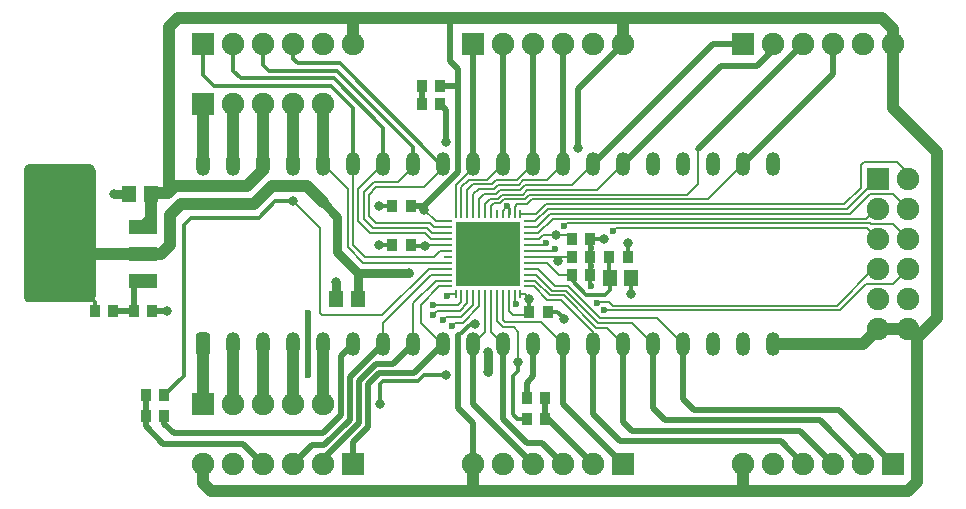
<source format=gtl>
%TF.GenerationSoftware,KiCad,Pcbnew,5.1.6-c6e7f7d~87~ubuntu18.04.1*%
%TF.CreationDate,2020-11-08T15:05:41+00:00*%
%TF.ProjectId,icepill,69636570-696c-46c2-9e6b-696361645f70,1*%
%TF.SameCoordinates,Original*%
%TF.FileFunction,Copper,L1,Top*%
%TF.FilePolarity,Positive*%
%FSLAX46Y46*%
G04 Gerber Fmt 4.6, Leading zero omitted, Abs format (unit mm)*
G04 Created by KiCad (PCBNEW 5.1.6-c6e7f7d~87~ubuntu18.04.1) date 2020-11-08 15:05:41*
%MOMM*%
%LPD*%
G01*
G04 APERTURE LIST*
%TA.AperFunction,SMDPad,CuDef*%
%ADD10R,0.950000X1.000000*%
%TD*%
%TA.AperFunction,SMDPad,CuDef*%
%ADD11R,2.400000X3.800000*%
%TD*%
%TA.AperFunction,SMDPad,CuDef*%
%ADD12R,2.400000X1.300000*%
%TD*%
%TA.AperFunction,SMDPad,CuDef*%
%ADD13R,1.150000X1.450000*%
%TD*%
%TA.AperFunction,ComponentPad*%
%ADD14O,1.200000X2.000000*%
%TD*%
%TA.AperFunction,ComponentPad*%
%ADD15C,1.900000*%
%TD*%
%TA.AperFunction,ComponentPad*%
%ADD16R,1.900000X1.900000*%
%TD*%
%TA.AperFunction,SMDPad,CuDef*%
%ADD17R,0.700000X0.250000*%
%TD*%
%TA.AperFunction,SMDPad,CuDef*%
%ADD18R,0.250000X0.700000*%
%TD*%
%TA.AperFunction,ViaPad*%
%ADD19C,0.800000*%
%TD*%
%TA.AperFunction,Conductor*%
%ADD20R,5.400000X5.400000*%
%TD*%
%TA.AperFunction,ViaPad*%
%ADD21C,0.600000*%
%TD*%
%TA.AperFunction,Conductor*%
%ADD22C,1.000000*%
%TD*%
%TA.AperFunction,Conductor*%
%ADD23C,0.300000*%
%TD*%
%TA.AperFunction,Conductor*%
%ADD24C,0.800000*%
%TD*%
%TA.AperFunction,Conductor*%
%ADD25C,0.500000*%
%TD*%
%TA.AperFunction,Conductor*%
%ADD26C,0.200000*%
%TD*%
%TA.AperFunction,Conductor*%
%ADD27C,0.250000*%
%TD*%
%TA.AperFunction,Conductor*%
%ADD28C,0.254000*%
%TD*%
G04 APERTURE END LIST*
D10*
%TO.P,R8,2*%
%TO.N,Net-(R8-Pad2)*%
X95974000Y-85852000D03*
%TO.P,R8,1*%
%TO.N,/P2_2*%
X97574000Y-85852000D03*
%TD*%
%TO.P,R7,2*%
%TO.N,Net-(R7-Pad2)*%
X65316000Y-87376000D03*
%TO.P,R7,1*%
%TO.N,/P1_4*%
X63716000Y-87376000D03*
%TD*%
%TO.P,R6,2*%
%TO.N,GND*%
X64300000Y-78486000D03*
%TO.P,R6,1*%
%TO.N,Net-(IC2-Pad1)*%
X62700000Y-78486000D03*
%TD*%
%TO.P,R5,2*%
%TO.N,Net-(IC2-Pad1)*%
X60998000Y-78486000D03*
%TO.P,R5,1*%
%TO.N,1v2*%
X59398000Y-78486000D03*
%TD*%
D11*
%TO.P,IC2,2*%
%TO.N,1v2*%
X57400000Y-73660000D03*
D12*
%TO.P,IC2,3*%
%TO.N,3v3*%
X63500000Y-71360000D03*
%TO.P,IC2,1*%
%TO.N,Net-(IC2-Pad1)*%
X63500000Y-75960000D03*
%TO.P,IC2,2*%
%TO.N,1v2*%
X63500000Y-73660000D03*
%TD*%
D13*
%TO.P,C9,2*%
%TO.N,GND*%
X79872000Y-77470000D03*
%TO.P,C9,1*%
%TO.N,1v2*%
X81672000Y-77470000D03*
%TD*%
%TO.P,C8,2*%
%TO.N,GND*%
X62346000Y-68580000D03*
%TO.P,C8,1*%
%TO.N,3v3*%
X64146000Y-68580000D03*
%TD*%
%TO.P,C6,2*%
%TO.N,GND*%
X104849500Y-75692000D03*
%TO.P,C6,1*%
%TO.N,Net-(C6-Pad1)*%
X103049500Y-75692000D03*
%TD*%
D14*
%TO.P,U1,40*%
%TO.N,/5V*%
X68580000Y-66040000D03*
%TO.P,U1,39*%
%TO.N,GND*%
X71120000Y-66040000D03*
%TO.P,U1,38*%
%TO.N,3v3*%
X73660000Y-66040000D03*
%TO.P,U1,37*%
%TO.N,/F_~IRQ*%
X76200000Y-66040000D03*
%TO.P,U1,36*%
%TO.N,/C_~RST*%
X78740000Y-66040000D03*
%TO.P,U1,35*%
%TO.N,/P6_1*%
X81280000Y-66040000D03*
%TO.P,U1,34*%
%TO.N,/P6_2*%
X83820000Y-66040000D03*
%TO.P,U1,33*%
%TO.N,/P6_3*%
X86360000Y-66040000D03*
%TO.P,U1,32*%
%TO.N,/P6_4*%
X88900000Y-66040000D03*
%TO.P,U1,31*%
%TO.N,/P5_1*%
X91440000Y-66040000D03*
%TO.P,U1,30*%
%TO.N,/P5_2*%
X93980000Y-66040000D03*
%TO.P,U1,29*%
%TO.N,/P5_3*%
X96520000Y-66040000D03*
%TO.P,U1,28*%
%TO.N,/P5_4*%
X99060000Y-66040000D03*
%TO.P,U1,27*%
%TO.N,/P4_1*%
X101600000Y-66040000D03*
%TO.P,U1,26*%
%TO.N,/P4_2*%
X104140000Y-66040000D03*
%TO.P,U1,25*%
%TO.N,Net-(U1-Pad25)*%
X106680000Y-66040000D03*
%TO.P,U1,24*%
%TO.N,Net-(U1-Pad24)*%
X109220000Y-66040000D03*
%TO.P,U1,23*%
%TO.N,Net-(U1-Pad23)*%
X111760000Y-66040000D03*
%TO.P,U1,22*%
%TO.N,/P4_4*%
X114300000Y-66040000D03*
%TO.P,U1,21*%
%TO.N,Net-(U1-Pad21)*%
X116840000Y-66040000D03*
%TO.P,U1,20*%
%TO.N,3v3*%
X116840000Y-81280000D03*
%TO.P,U1,19*%
%TO.N,GND*%
X114300000Y-81280000D03*
%TO.P,U1,18*%
%TO.N,Net-(U1-Pad18)*%
X111760000Y-81280000D03*
%TO.P,U1,17*%
%TO.N,/P3_1*%
X109220000Y-81280000D03*
%TO.P,U1,16*%
%TO.N,/P3_2*%
X106680000Y-81280000D03*
%TO.P,U1,15*%
%TO.N,/P3_3*%
X104140000Y-81280000D03*
%TO.P,U1,14*%
%TO.N,/P3_4*%
X101600000Y-81280000D03*
%TO.P,U1,13*%
%TO.N,/P2_1*%
X99060000Y-81280000D03*
%TO.P,U1,12*%
%TO.N,Net-(R8-Pad2)*%
X96520000Y-81280000D03*
%TO.P,U1,11*%
%TO.N,/P2_3*%
X93980000Y-81280000D03*
%TO.P,U1,10*%
%TO.N,/P2_4*%
X91440000Y-81280000D03*
%TO.P,U1,9*%
%TO.N,/P1_1*%
X88900000Y-81280000D03*
%TO.P,U1,8*%
%TO.N,/P1_2*%
X86360000Y-81280000D03*
%TO.P,U1,7*%
%TO.N,/P1_3*%
X83820000Y-81280000D03*
%TO.P,U1,6*%
%TO.N,Net-(R7-Pad2)*%
X81280000Y-81280000D03*
%TO.P,U1,5*%
%TO.N,/F_CLK*%
X78740000Y-81280000D03*
%TO.P,U1,4*%
%TO.N,/C_SI*%
X76200000Y-81280000D03*
%TO.P,U1,3*%
%TO.N,/C_SO*%
X73660000Y-81280000D03*
%TO.P,U1,2*%
%TO.N,/C_CK*%
X71120000Y-81280000D03*
%TO.P,U1,1*%
%TO.N,/C_~CS*%
%TA.AperFunction,ComponentPad*%
G36*
G01*
X68880000Y-82280000D02*
X68280000Y-82280000D01*
G75*
G02*
X67980000Y-81980000I0J300000D01*
G01*
X67980000Y-80580000D01*
G75*
G02*
X68280000Y-80280000I300000J0D01*
G01*
X68880000Y-80280000D01*
G75*
G02*
X69180000Y-80580000I0J-300000D01*
G01*
X69180000Y-81980000D01*
G75*
G02*
X68880000Y-82280000I-300000J0D01*
G01*
G37*
%TD.AperFunction*%
%TD*%
D10*
%TO.P,D1,2*%
%TO.N,Net-(D1-Pad2)*%
X87084000Y-60960000D03*
%TO.P,D1,1*%
%TO.N,Net-(D1-Pad1)*%
X88684000Y-60960000D03*
%TD*%
%TO.P,R4,2*%
%TO.N,Net-(D1-Pad2)*%
X87084000Y-59436000D03*
%TO.P,R4,1*%
%TO.N,3v3*%
X88684000Y-59436000D03*
%TD*%
%TO.P,R3,2*%
%TO.N,/P1_4*%
X63716000Y-85598000D03*
%TO.P,R3,1*%
%TO.N,/F_~IRQ*%
X65316000Y-85598000D03*
%TD*%
%TO.P,R2,2*%
%TO.N,/P2_2*%
X97574000Y-87630000D03*
%TO.P,R2,1*%
%TO.N,/F_CLK*%
X95974000Y-87630000D03*
%TD*%
D15*
%TO.P,J6,6*%
%TO.N,3v3*%
X81280000Y-55880000D03*
%TO.P,J6,5*%
%TO.N,GND*%
X78740000Y-55880000D03*
%TO.P,J6,4*%
%TO.N,/P6_4*%
X76200000Y-55880000D03*
%TO.P,J6,3*%
%TO.N,/P6_3*%
X73660000Y-55880000D03*
%TO.P,J6,2*%
%TO.N,/P6_2*%
X71120000Y-55880000D03*
D16*
%TO.P,J6,1*%
%TO.N,/P6_1*%
X68580000Y-55880000D03*
%TD*%
D15*
%TO.P,J5,6*%
%TO.N,3v3*%
X104140000Y-55880000D03*
%TO.P,J5,5*%
%TO.N,GND*%
X101600000Y-55880000D03*
%TO.P,J5,4*%
%TO.N,/P5_4*%
X99060000Y-55880000D03*
%TO.P,J5,3*%
%TO.N,/P5_3*%
X96520000Y-55880000D03*
%TO.P,J5,2*%
%TO.N,/P5_2*%
X93980000Y-55880000D03*
D16*
%TO.P,J5,1*%
%TO.N,/P5_1*%
X91440000Y-55880000D03*
%TD*%
D15*
%TO.P,J4,6*%
%TO.N,3v3*%
X127000000Y-55880000D03*
%TO.P,J4,5*%
%TO.N,GND*%
X124460000Y-55880000D03*
%TO.P,J4,4*%
%TO.N,/P4_4*%
X121920000Y-55880000D03*
%TO.P,J4,3*%
%TO.N,/P4_3*%
X119380000Y-55880000D03*
%TO.P,J4,2*%
%TO.N,/P4_2*%
X116840000Y-55880000D03*
D16*
%TO.P,J4,1*%
%TO.N,/P4_1*%
X114300000Y-55880000D03*
%TD*%
D15*
%TO.P,J3,6*%
%TO.N,3v3*%
X114300000Y-91440000D03*
%TO.P,J3,5*%
%TO.N,GND*%
X116840000Y-91440000D03*
%TO.P,J3,4*%
%TO.N,/P3_4*%
X119380000Y-91440000D03*
%TO.P,J3,3*%
%TO.N,/P3_3*%
X121920000Y-91440000D03*
%TO.P,J3,2*%
%TO.N,/P3_2*%
X124460000Y-91440000D03*
D16*
%TO.P,J3,1*%
%TO.N,/P3_1*%
X127000000Y-91440000D03*
%TD*%
D15*
%TO.P,J2,6*%
%TO.N,3v3*%
X91440000Y-91440000D03*
%TO.P,J2,5*%
%TO.N,GND*%
X93980000Y-91440000D03*
%TO.P,J2,4*%
%TO.N,/P2_4*%
X96520000Y-91440000D03*
%TO.P,J2,3*%
%TO.N,/P2_3*%
X99060000Y-91440000D03*
%TO.P,J2,2*%
%TO.N,/P2_2*%
X101600000Y-91440000D03*
D16*
%TO.P,J2,1*%
%TO.N,/P2_1*%
X104140000Y-91440000D03*
%TD*%
D15*
%TO.P,J1,6*%
%TO.N,3v3*%
X68580000Y-91440000D03*
%TO.P,J1,5*%
%TO.N,GND*%
X71120000Y-91440000D03*
%TO.P,J1,4*%
%TO.N,/P1_4*%
X73660000Y-91440000D03*
%TO.P,J1,3*%
%TO.N,/P1_3*%
X76200000Y-91440000D03*
%TO.P,J1,2*%
%TO.N,/P1_2*%
X78740000Y-91440000D03*
D16*
%TO.P,J1,1*%
%TO.N,/P1_1*%
X81280000Y-91440000D03*
%TD*%
D10*
%TO.P,R1,2*%
%TO.N,Net-(C6-Pad1)*%
X102959000Y-73914000D03*
%TO.P,R1,1*%
%TO.N,1v2*%
X104559000Y-73914000D03*
%TD*%
D15*
%TO.P,J7,12*%
%TO.N,3v3*%
X128270000Y-80010000D03*
%TO.P,J7,11*%
X125730000Y-80010000D03*
%TO.P,J7,10*%
%TO.N,GND*%
X128270000Y-77470000D03*
%TO.P,J7,9*%
X125730000Y-77470000D03*
%TO.P,J7,8*%
%TO.N,/P7_10*%
X128270000Y-74930000D03*
%TO.P,J7,7*%
%TO.N,/P7_4*%
X125730000Y-74930000D03*
%TO.P,J7,6*%
%TO.N,/P7_9*%
X128270000Y-72390000D03*
%TO.P,J7,5*%
%TO.N,/P7_3*%
X125730000Y-72390000D03*
%TO.P,J7,4*%
%TO.N,/P7_8*%
X128270000Y-69850000D03*
%TO.P,J7,3*%
%TO.N,/P7_2*%
X125730000Y-69850000D03*
%TO.P,J7,2*%
%TO.N,/P7_7*%
X128270000Y-67310000D03*
D16*
%TO.P,J7,1*%
%TO.N,/P7_1*%
X125730000Y-67310000D03*
%TD*%
D15*
%TO.P,J9,5*%
%TO.N,/C_~RST*%
X78740000Y-60960000D03*
%TO.P,J9,4*%
%TO.N,/F_~IRQ*%
X76200000Y-60960000D03*
%TO.P,J9,3*%
%TO.N,3v3*%
X73660000Y-60960000D03*
%TO.P,J9,2*%
%TO.N,GND*%
X71120000Y-60960000D03*
D16*
%TO.P,J9,1*%
%TO.N,/5V*%
X68580000Y-60960000D03*
%TD*%
D15*
%TO.P,J8,5*%
%TO.N,/F_CLK*%
X78740000Y-86360000D03*
%TO.P,J8,4*%
%TO.N,/C_SI*%
X76200000Y-86360000D03*
%TO.P,J8,3*%
%TO.N,/C_SO*%
X73660000Y-86360000D03*
%TO.P,J8,2*%
%TO.N,/C_CK*%
X71120000Y-86360000D03*
D16*
%TO.P,J8,1*%
%TO.N,/C_~CS*%
X68580000Y-86360000D03*
%TD*%
D17*
%TO.P,IC1,1*%
%TO.N,3v3*%
X89310000Y-70910000D03*
%TO.P,IC1,2*%
%TO.N,/P6_4*%
X89310000Y-71410000D03*
%TO.P,IC1,3*%
%TO.N,/P6_3*%
X89310000Y-71910000D03*
%TO.P,IC1,4*%
%TO.N,/P6_2*%
X89310000Y-72410000D03*
%TO.P,IC1,5*%
%TO.N,1v2*%
X89310000Y-72910000D03*
%TO.P,IC1,6*%
%TO.N,/P6_1*%
X89310000Y-73410000D03*
%TO.P,IC1,7*%
%TO.N,Net-(IC1-Pad7)*%
X89310000Y-73910000D03*
%TO.P,IC1,8*%
%TO.N,/C_~RST*%
X89310000Y-74410000D03*
%TO.P,IC1,9*%
%TO.N,/F_~IRQ*%
X89310000Y-74910000D03*
%TO.P,IC1,10*%
%TO.N,/P1_3*%
X89310000Y-75410000D03*
%TO.P,IC1,11*%
%TO.N,/P1_2*%
X89310000Y-75910000D03*
%TO.P,IC1,12*%
%TO.N,/P1_1*%
X89310000Y-76410000D03*
D18*
%TO.P,IC1,13*%
%TO.N,/P7_4*%
X89960000Y-77060000D03*
%TO.P,IC1,14*%
%TO.N,/C_SO*%
X90460000Y-77060000D03*
%TO.P,IC1,15*%
%TO.N,/C_CK*%
X90960000Y-77060000D03*
%TO.P,IC1,16*%
%TO.N,/C_~CS*%
X91460000Y-77060000D03*
%TO.P,IC1,17*%
%TO.N,/C_SI*%
X91960000Y-77060000D03*
%TO.P,IC1,18*%
%TO.N,/P2_4*%
X92460000Y-77060000D03*
%TO.P,IC1,19*%
%TO.N,/P2_3*%
X92960000Y-77060000D03*
%TO.P,IC1,20*%
%TO.N,/F_CLK*%
X93460000Y-77060000D03*
%TO.P,IC1,21*%
%TO.N,/P2_1*%
X93960000Y-77060000D03*
%TO.P,IC1,22*%
%TO.N,3v3*%
X94460000Y-77060000D03*
%TO.P,IC1,23*%
%TO.N,/P7_10*%
X94960000Y-77060000D03*
%TO.P,IC1,24*%
%TO.N,3v3*%
X95460000Y-77060000D03*
D17*
%TO.P,IC1,25*%
%TO.N,/P3_4*%
X96110000Y-76410000D03*
%TO.P,IC1,26*%
%TO.N,/P3_3*%
X96110000Y-75910000D03*
%TO.P,IC1,27*%
%TO.N,/P3_2*%
X96110000Y-75410000D03*
%TO.P,IC1,28*%
%TO.N,/P3_1*%
X96110000Y-74910000D03*
%TO.P,IC1,29*%
%TO.N,Net-(C6-Pad1)*%
X96110000Y-74410000D03*
%TO.P,IC1,30*%
%TO.N,1v2*%
X96110000Y-73910000D03*
%TO.P,IC1,31*%
%TO.N,/P7_3*%
X96110000Y-73410000D03*
%TO.P,IC1,32*%
%TO.N,/P7_9*%
X96110000Y-72910000D03*
%TO.P,IC1,33*%
%TO.N,3v3*%
X96110000Y-72410000D03*
%TO.P,IC1,34*%
%TO.N,/P7_2*%
X96110000Y-71910000D03*
%TO.P,IC1,35*%
%TO.N,/P7_8*%
X96110000Y-71410000D03*
%TO.P,IC1,36*%
%TO.N,/P7_1*%
X96110000Y-70910000D03*
D18*
%TO.P,IC1,37*%
%TO.N,/P7_7*%
X95460000Y-70260000D03*
%TO.P,IC1,38*%
%TO.N,/P4_4*%
X94960000Y-70260000D03*
%TO.P,IC1,39*%
%TO.N,Net-(D1-Pad1)*%
X94460000Y-70260000D03*
%TO.P,IC1,40*%
X93960000Y-70260000D03*
%TO.P,IC1,41*%
%TO.N,Net-(IC1-Pad41)*%
X93460000Y-70260000D03*
%TO.P,IC1,42*%
%TO.N,/P4_3*%
X92960000Y-70260000D03*
%TO.P,IC1,43*%
%TO.N,/P4_2*%
X92460000Y-70260000D03*
%TO.P,IC1,44*%
%TO.N,/P4_1*%
X91960000Y-70260000D03*
%TO.P,IC1,45*%
%TO.N,/P5_4*%
X91460000Y-70260000D03*
%TO.P,IC1,46*%
%TO.N,/P5_3*%
X90960000Y-70260000D03*
%TO.P,IC1,47*%
%TO.N,/P5_2*%
X90460000Y-70260000D03*
%TO.P,IC1,48*%
%TO.N,/P5_1*%
X89960000Y-70260000D03*
D19*
%TD*%
%TO.N,GND*%
%TO.C,IC1*%
X91110000Y-72060000D03*
%TO.N,GND*%
%TO.C,IC1*%
X91110000Y-73660000D03*
X91110000Y-75260000D03*
X92710000Y-72060000D03*
X92710000Y-73660000D03*
X92710000Y-75260000D03*
X94310000Y-72060000D03*
X94310000Y-73660000D03*
X94310000Y-75260000D03*
D20*
X92710000Y-73660000D03*
%TD*%
D10*
%TO.P,C7,2*%
%TO.N,GND*%
X101384000Y-75438000D03*
%TO.P,C7,1*%
%TO.N,Net-(C6-Pad1)*%
X99784000Y-75438000D03*
%TD*%
%TO.P,C5,2*%
%TO.N,GND*%
X101384000Y-73914000D03*
%TO.P,C5,1*%
%TO.N,1v2*%
X99784000Y-73914000D03*
%TD*%
%TO.P,C4,2*%
%TO.N,GND*%
X84594800Y-72898000D03*
%TO.P,C4,1*%
%TO.N,1v2*%
X86194800Y-72898000D03*
%TD*%
%TO.P,C3,2*%
%TO.N,GND*%
X101384000Y-72390000D03*
%TO.P,C3,1*%
%TO.N,3v3*%
X99784000Y-72390000D03*
%TD*%
%TO.P,C2,2*%
%TO.N,GND*%
X97777200Y-78536800D03*
%TO.P,C2,1*%
%TO.N,3v3*%
X96177200Y-78536800D03*
%TD*%
%TO.P,C1,2*%
%TO.N,GND*%
X84594800Y-69596000D03*
%TO.P,C1,1*%
%TO.N,3v3*%
X86194800Y-69596000D03*
%TD*%
D19*
%TO.N,GND*%
X102514400Y-72390000D03*
D21*
X101396800Y-74676000D03*
X101396800Y-73152000D03*
D19*
X83464400Y-72898000D03*
X83464400Y-69596000D03*
D21*
X101396800Y-76403200D03*
D19*
X99110800Y-79146400D03*
X104838500Y-77089000D03*
X61061600Y-68580000D03*
X65532000Y-78486000D03*
X79857600Y-76047600D03*
X92710000Y-81940400D03*
X92710000Y-83667600D03*
D21*
X77470000Y-83870800D03*
X77470000Y-78638400D03*
D19*
%TO.N,3v3*%
X98450400Y-72085200D03*
X87325200Y-69951600D03*
X96177200Y-77432000D03*
X91643200Y-79552800D03*
X100330000Y-64719200D03*
%TO.N,1v2*%
X98602800Y-74218800D03*
X104546400Y-72745600D03*
X87376000Y-72999600D03*
X86004400Y-75285600D03*
D21*
%TO.N,/C_SI*%
X89662000Y-79756000D03*
%TO.N,/C_~CS*%
X88900000Y-79248000D03*
%TO.N,/C_CK*%
X88011000Y-78867000D03*
%TO.N,/C_SO*%
X88011000Y-77978000D03*
D19*
%TO.N,/F_~IRQ*%
X76200000Y-69215000D03*
%TO.N,/F_CLK*%
X83566000Y-86360000D03*
X89154000Y-83947000D03*
X95250000Y-82804000D03*
D21*
%TO.N,/P7_10*%
X95097600Y-77927200D03*
X102514400Y-78435200D03*
%TO.N,/P7_4*%
X89204800Y-77216000D03*
X101904800Y-77825600D03*
%TO.N,/P7_9*%
X97637600Y-72745600D03*
X99110800Y-71323200D03*
%TO.N,/P7_3*%
X98348800Y-73253600D03*
X103276400Y-71729600D03*
%TO.N,Net-(D1-Pad1)*%
X94337631Y-69637040D03*
D19*
X89154000Y-64211200D03*
%TD*%
D22*
%TO.N,GND*%
X71120000Y-60960000D02*
X71120000Y-66040000D01*
D23*
X101384000Y-72390000D02*
X102514400Y-72390000D01*
X101384000Y-74663200D02*
X101396800Y-74676000D01*
X101384000Y-74638000D02*
X101384000Y-74663200D01*
X101384000Y-74638000D02*
X101384000Y-75438000D01*
X101384000Y-73914000D02*
X101384000Y-74638000D01*
X101384000Y-73139200D02*
X101396800Y-73152000D01*
X101384000Y-73139200D02*
X101384000Y-73914000D01*
X101384000Y-72390000D02*
X101384000Y-73139200D01*
X84594800Y-72898000D02*
X83464400Y-72898000D01*
X84594800Y-69596000D02*
X83464400Y-69596000D01*
X101384000Y-75438000D02*
X101384000Y-76390400D01*
X101384000Y-76390400D02*
X101396800Y-76403200D01*
X97777200Y-78536800D02*
X98552000Y-78536800D01*
X98552000Y-78536800D02*
X98958400Y-78943200D01*
X98958400Y-78943200D02*
X98958400Y-78994000D01*
X98958400Y-78994000D02*
X99110800Y-79146400D01*
X104849500Y-75692000D02*
X104849500Y-77078000D01*
X104849500Y-77078000D02*
X104838500Y-77089000D01*
D24*
X62346000Y-68580000D02*
X61061600Y-68580000D01*
D25*
X64300000Y-78486000D02*
X65532000Y-78486000D01*
D24*
X79872000Y-77470000D02*
X79872000Y-76062000D01*
X79872000Y-76062000D02*
X79857600Y-76047600D01*
X92710000Y-81940400D02*
X92710000Y-83667600D01*
D25*
X77470000Y-78638400D02*
X77470000Y-83870800D01*
D22*
%TO.N,3v3*%
X73660000Y-60960000D02*
X73660000Y-66040000D01*
D26*
X96110000Y-72410000D02*
X97058800Y-72410000D01*
X97058800Y-72410000D02*
X97383600Y-72085200D01*
X97383600Y-72085200D02*
X98247200Y-72085200D01*
X99479200Y-72085200D02*
X99784000Y-72390000D01*
X98399600Y-72085200D02*
X99479200Y-72085200D01*
X98399600Y-72085200D02*
X98450400Y-72085200D01*
X98247200Y-72085200D02*
X98399600Y-72085200D01*
X89310000Y-70910000D02*
X88283600Y-70910000D01*
X88283600Y-70910000D02*
X87325200Y-69951600D01*
D22*
X127000000Y-54610000D02*
X127000000Y-55880000D01*
X126034800Y-53644800D02*
X127000000Y-54610000D01*
X104140000Y-53797200D02*
X103987600Y-53644800D01*
X104140000Y-55880000D02*
X104140000Y-53797200D01*
X103987600Y-53644800D02*
X126034800Y-53644800D01*
X68580000Y-91440000D02*
X68580000Y-93014800D01*
X68580000Y-93014800D02*
X69291200Y-93726000D01*
X91440000Y-93522800D02*
X91643200Y-93726000D01*
X91440000Y-91440000D02*
X91440000Y-93522800D01*
X69291200Y-93726000D02*
X91643200Y-93726000D01*
X124460000Y-81280000D02*
X125730000Y-80010000D01*
X116840000Y-81280000D02*
X124460000Y-81280000D01*
X125730000Y-80010000D02*
X128270000Y-80010000D01*
X129032000Y-80772000D02*
X128270000Y-80010000D01*
X129032000Y-92964000D02*
X129032000Y-80772000D01*
X128270000Y-93726000D02*
X129032000Y-92964000D01*
X114300000Y-93675200D02*
X114249200Y-93726000D01*
X114300000Y-91440000D02*
X114300000Y-93675200D01*
X91643200Y-93726000D02*
X114249200Y-93726000D01*
X114249200Y-93726000D02*
X128270000Y-93726000D01*
X127000000Y-55880000D02*
X127000000Y-61264800D01*
X127000000Y-61264800D02*
X130759200Y-65024000D01*
X130759200Y-79044800D02*
X129032000Y-80772000D01*
X130759200Y-65024000D02*
X130759200Y-79044800D01*
X81280000Y-55880000D02*
X81280000Y-53695600D01*
X81280000Y-53695600D02*
X81229200Y-53644800D01*
D26*
X94460000Y-77060000D02*
X94460000Y-78458000D01*
X94460000Y-78458000D02*
X94792800Y-78790800D01*
X95923200Y-78790800D02*
X96177200Y-78536800D01*
X94792800Y-78790800D02*
X95923200Y-78790800D01*
X95460000Y-77060000D02*
X95805200Y-77060000D01*
D23*
X96177200Y-77432000D02*
X96177200Y-78536800D01*
D26*
X95805200Y-77060000D02*
X96177200Y-77432000D01*
D25*
X91440000Y-91440000D02*
X91440000Y-87934800D01*
X91440000Y-87934800D02*
X90170000Y-86664800D01*
X90170000Y-86664800D02*
X90170000Y-80518000D01*
D23*
X90170000Y-80518000D02*
X90271600Y-80518000D01*
X90271600Y-80518000D02*
X91236800Y-79552800D01*
X91236800Y-79552800D02*
X91643200Y-79552800D01*
D25*
X100330000Y-59690000D02*
X104140000Y-55880000D01*
X100330000Y-64719200D02*
X100330000Y-59690000D01*
D22*
X89357200Y-53644800D02*
X81229200Y-53644800D01*
X103987600Y-53644800D02*
X89357200Y-53644800D01*
D25*
X89509600Y-57353200D02*
X89509600Y-53797200D01*
X90170000Y-58013600D02*
X89509600Y-57353200D01*
X87325200Y-69951600D02*
X87325200Y-69596000D01*
X89509600Y-53797200D02*
X89357200Y-53644800D01*
X87325200Y-69596000D02*
X90170000Y-66751200D01*
X86969600Y-69596000D02*
X87325200Y-69951600D01*
X86194800Y-69596000D02*
X86969600Y-69596000D01*
X86194800Y-69596000D02*
X87325200Y-69596000D01*
X90170000Y-66751200D02*
X90170000Y-59436000D01*
X88684000Y-59436000D02*
X90170000Y-59436000D01*
X90170000Y-59436000D02*
X90170000Y-58013600D01*
D22*
X64247600Y-68478400D02*
X64146000Y-68580000D01*
X64146000Y-70714000D02*
X63500000Y-71360000D01*
X64146000Y-68580000D02*
X64146000Y-70714000D01*
X65684400Y-68427600D02*
X65633600Y-68478400D01*
X65684400Y-54457600D02*
X65684400Y-68427600D01*
X81229200Y-53644800D02*
X66497200Y-53644800D01*
X66497200Y-53644800D02*
X65684400Y-54457600D01*
X65633600Y-68478400D02*
X64247600Y-68478400D01*
X73660000Y-66040000D02*
X73660000Y-66548000D01*
X73660000Y-66548000D02*
X72263000Y-67945000D01*
X66167000Y-67945000D02*
X65633600Y-68478400D01*
X72263000Y-67945000D02*
X66167000Y-67945000D01*
D26*
%TO.N,1v2*%
X98802000Y-73910000D02*
X98903600Y-73910000D01*
X98903600Y-73910000D02*
X98907600Y-73914000D01*
X98907600Y-73914000D02*
X99784000Y-73914000D01*
X98649600Y-74172000D02*
X98602800Y-74218800D01*
X98649600Y-73910000D02*
X98649600Y-74172000D01*
X98649600Y-73910000D02*
X98802000Y-73910000D01*
X96110000Y-73910000D02*
X98649600Y-73910000D01*
D23*
X104559000Y-73914000D02*
X104559000Y-72758200D01*
X104559000Y-72758200D02*
X104546400Y-72745600D01*
D26*
X89310000Y-72910000D02*
X87465600Y-72910000D01*
X87465600Y-72910000D02*
X87376000Y-72999600D01*
X86144000Y-72999600D02*
X86042400Y-72898000D01*
D23*
X87376000Y-72999600D02*
X86144000Y-72999600D01*
D22*
X63500000Y-73660000D02*
X57400000Y-73660000D01*
D23*
X59398000Y-78486000D02*
X59398000Y-77686000D01*
X59398000Y-77686000D02*
X58928000Y-77216000D01*
D24*
X86004400Y-75285600D02*
X81737200Y-75285600D01*
X81737200Y-75285600D02*
X79959200Y-73507600D01*
X79959200Y-73507600D02*
X79959200Y-70510400D01*
X79959200Y-70510400D02*
X78740000Y-69291200D01*
X81672000Y-75350800D02*
X81737200Y-75285600D01*
X81672000Y-77470000D02*
X81672000Y-75350800D01*
D22*
X78740000Y-69291200D02*
X77393800Y-67945000D01*
X77393800Y-67945000D02*
X74422000Y-67945000D01*
X74422000Y-67945000D02*
X72898000Y-69469000D01*
X72898000Y-69469000D02*
X66675000Y-69469000D01*
X66675000Y-69469000D02*
X65786000Y-70358000D01*
X65786000Y-70358000D02*
X65786000Y-72898000D01*
X65024000Y-73660000D02*
X63500000Y-73660000D01*
X65786000Y-72898000D02*
X65024000Y-73660000D01*
D26*
%TO.N,Net-(C6-Pad1)*%
X96110000Y-74410000D02*
X97676400Y-74410000D01*
X98704400Y-75438000D02*
X99784000Y-75438000D01*
X97676400Y-74410000D02*
X98704400Y-75438000D01*
D23*
X102959000Y-75601500D02*
X103049500Y-75692000D01*
X102959000Y-73914000D02*
X102959000Y-75601500D01*
X103049500Y-76719000D02*
X103049500Y-75692000D01*
X102654100Y-77114400D02*
X103049500Y-76719000D01*
X99784000Y-75438000D02*
X99784000Y-75857200D01*
X101041200Y-77114400D02*
X102654100Y-77114400D01*
X99784000Y-75857200D02*
X101041200Y-77114400D01*
D22*
%TO.N,/C_SI*%
X76200000Y-81280000D02*
X76200000Y-86360000D01*
D26*
X91960000Y-77060000D02*
X91960000Y-78093000D01*
X91960000Y-78093000D02*
X90551000Y-79502000D01*
X90551000Y-79502000D02*
X89916000Y-79502000D01*
X89916000Y-79502000D02*
X89662000Y-79756000D01*
D22*
%TO.N,/C_~CS*%
X68580000Y-86360000D02*
X68580000Y-81280000D01*
D26*
X91460000Y-77060000D02*
X91460000Y-77958000D01*
X91460000Y-77958000D02*
X90424000Y-78994000D01*
X90424000Y-78994000D02*
X89154000Y-78994000D01*
X89154000Y-78994000D02*
X88900000Y-79248000D01*
D22*
%TO.N,/C_CK*%
X71120000Y-81280000D02*
X71120000Y-86360000D01*
D26*
X90960000Y-77060000D02*
X90960000Y-77823000D01*
X90960000Y-77823000D02*
X90297000Y-78486000D01*
X90297000Y-78486000D02*
X88392000Y-78486000D01*
X88392000Y-78486000D02*
X88011000Y-78867000D01*
D22*
%TO.N,/C_SO*%
X73660000Y-86360000D02*
X73660000Y-81280000D01*
D26*
X90460000Y-77060000D02*
X90460000Y-77688000D01*
X90460000Y-77688000D02*
X90170000Y-77978000D01*
X90170000Y-77978000D02*
X88011000Y-77978000D01*
D22*
%TO.N,/C_~RST*%
X78740000Y-60960000D02*
X78740000Y-66040000D01*
D26*
X89310000Y-74410000D02*
X82131600Y-74410000D01*
X82131600Y-74410000D02*
X80822800Y-73101200D01*
X80822800Y-68122800D02*
X78740000Y-66040000D01*
X80822800Y-73101200D02*
X80822800Y-68122800D01*
D22*
%TO.N,/F_~IRQ*%
X76200000Y-60960000D02*
X76200000Y-66040000D01*
D26*
X89310000Y-74910000D02*
X87700800Y-74910000D01*
X87700800Y-74910000D02*
X83769200Y-78841600D01*
X83769200Y-78841600D02*
X78689200Y-78841600D01*
X78689200Y-78841600D02*
X78486000Y-78638400D01*
X78486000Y-71501000D02*
X76200000Y-69215000D01*
X78486000Y-78638400D02*
X78486000Y-71501000D01*
D23*
X74676000Y-69215000D02*
X73279000Y-70612000D01*
X76200000Y-69215000D02*
X74676000Y-69215000D01*
X67564000Y-70612000D02*
X66929000Y-71247000D01*
X73279000Y-70612000D02*
X67564000Y-70612000D01*
X66929000Y-83985000D02*
X65316000Y-85598000D01*
X66929000Y-71247000D02*
X66929000Y-83985000D01*
D22*
%TO.N,/F_CLK*%
X78740000Y-81280000D02*
X78740000Y-86360000D01*
D23*
X83566000Y-86360000D02*
X83566000Y-84709000D01*
X83566000Y-84709000D02*
X83820000Y-84455000D01*
X86741000Y-84455000D02*
X87249000Y-83947000D01*
X87249000Y-83947000D02*
X89154000Y-83947000D01*
D26*
X94869000Y-79883000D02*
X95250000Y-80264000D01*
X95250000Y-80264000D02*
X95250000Y-82804000D01*
X93980000Y-79883000D02*
X94869000Y-79883000D01*
X93460000Y-77060000D02*
X93460000Y-79363000D01*
X93460000Y-79363000D02*
X93980000Y-79883000D01*
D23*
X83820000Y-84455000D02*
X86741000Y-84455000D01*
X95250000Y-82804000D02*
X95250000Y-83566000D01*
X95250000Y-83566000D02*
X94792800Y-84023200D01*
X94792800Y-84023200D02*
X94792800Y-87223600D01*
X95199200Y-87630000D02*
X95974000Y-87630000D01*
X94792800Y-87223600D02*
X95199200Y-87630000D01*
D22*
%TO.N,/5V*%
X68580000Y-66040000D02*
X68580000Y-60960000D01*
D25*
%TO.N,/P1_4*%
X63716000Y-85598000D02*
X63716000Y-87376000D01*
X73660000Y-91440000D02*
X71932800Y-89712800D01*
X71932800Y-89712800D02*
X65176400Y-89712800D01*
X63716000Y-88252400D02*
X63716000Y-87376000D01*
X65176400Y-89712800D02*
X63716000Y-88252400D01*
D26*
%TO.N,/P1_3*%
X83820000Y-81280000D02*
X83820000Y-79502000D01*
X89310000Y-75410000D02*
X87912000Y-75410000D01*
X87912000Y-75410000D02*
X84988400Y-78333600D01*
X84988400Y-78333600D02*
X83820000Y-79502000D01*
D25*
X78841600Y-89865200D02*
X77774800Y-89865200D01*
X77774800Y-89865200D02*
X76200000Y-91440000D01*
X81026000Y-87680800D02*
X78841600Y-89865200D01*
X81026000Y-87680800D02*
X81026000Y-84074000D01*
X81026000Y-84074000D02*
X83820000Y-81280000D01*
D26*
%TO.N,/P1_2*%
X86360000Y-77851000D02*
X86360000Y-81280000D01*
X89310000Y-75910000D02*
X88301000Y-75910000D01*
X88301000Y-75910000D02*
X86360000Y-77851000D01*
D25*
X86360000Y-81686400D02*
X86360000Y-81280000D01*
X84683600Y-82956400D02*
X86360000Y-81280000D01*
X83210400Y-82956400D02*
X84683600Y-82956400D01*
X81788000Y-84378800D02*
X83210400Y-82956400D01*
X81788000Y-87985600D02*
X81788000Y-84378800D01*
X78740000Y-91440000D02*
X78740000Y-91033600D01*
X78740000Y-91033600D02*
X81788000Y-87985600D01*
D26*
%TO.N,/P1_1*%
X86995000Y-79502000D02*
X88773000Y-81280000D01*
X86995000Y-77978000D02*
X86995000Y-79502000D01*
X89310000Y-76410000D02*
X88563000Y-76410000D01*
X88773000Y-81280000D02*
X88900000Y-81280000D01*
X88563000Y-76410000D02*
X86995000Y-77978000D01*
D25*
X81280000Y-89560400D02*
X82550000Y-88290400D01*
X81280000Y-91440000D02*
X81280000Y-89560400D01*
X83515200Y-83718400D02*
X86461600Y-83718400D01*
X82550000Y-88290400D02*
X82550000Y-84683600D01*
X82550000Y-84683600D02*
X83515200Y-83718400D01*
X86461600Y-83718400D02*
X88900000Y-81280000D01*
%TO.N,/P2_4*%
X91440000Y-86360000D02*
X96520000Y-91440000D01*
X91440000Y-81280000D02*
X91440000Y-86360000D01*
D26*
X92460000Y-80260000D02*
X91440000Y-81280000D01*
X92460000Y-77060000D02*
X92460000Y-80260000D01*
%TO.N,/P2_3*%
X92960000Y-80260000D02*
X93980000Y-81280000D01*
X92960000Y-77060000D02*
X92960000Y-80260000D01*
D25*
X93980000Y-81280000D02*
X93980000Y-87630000D01*
X93980000Y-87630000D02*
X96012000Y-89662000D01*
X97282000Y-89662000D02*
X99060000Y-91440000D01*
X96012000Y-89662000D02*
X97282000Y-89662000D01*
%TO.N,/P2_2*%
X97574000Y-85852000D02*
X97574000Y-87630000D01*
X97790000Y-87630000D02*
X97574000Y-87630000D01*
X101600000Y-91440000D02*
X97790000Y-87630000D01*
%TO.N,/P2_1*%
X99060000Y-86360000D02*
X104140000Y-91440000D01*
X99060000Y-81280000D02*
X99060000Y-86360000D01*
D26*
X93960000Y-77060000D02*
X93960000Y-79210000D01*
X93960000Y-79210000D02*
X94150000Y-79400000D01*
X97180000Y-79400000D02*
X99060000Y-81280000D01*
X94150000Y-79400000D02*
X97180000Y-79400000D01*
D25*
%TO.N,/P3_4*%
X119380000Y-91440000D02*
X117475000Y-89535000D01*
X117475000Y-89535000D02*
X103886000Y-89535000D01*
X101600000Y-87249000D02*
X101600000Y-81280000D01*
X103886000Y-89535000D02*
X101600000Y-87249000D01*
D26*
X96110000Y-76410000D02*
X96577600Y-76410000D01*
X96577600Y-76410000D02*
X97739200Y-77571600D01*
X101600000Y-80243998D02*
X101600000Y-81280000D01*
X97739200Y-77571600D02*
X98927602Y-77571600D01*
X98927602Y-77571600D02*
X101600000Y-80243998D01*
D25*
%TO.N,/P3_3*%
X104140000Y-87884000D02*
X104140000Y-81280000D01*
X121920000Y-91440000D02*
X119126000Y-88646000D01*
X104902000Y-88646000D02*
X104140000Y-87884000D01*
X119126000Y-88646000D02*
X104902000Y-88646000D01*
D26*
X96110000Y-75910000D02*
X96687200Y-75910000D01*
X96687200Y-75910000D02*
X97942400Y-77165200D01*
X97942400Y-77165200D02*
X99110800Y-77165200D01*
X99110800Y-77165200D02*
X101854000Y-79908400D01*
X102768400Y-79908400D02*
X104140000Y-81280000D01*
X101854000Y-79908400D02*
X102768400Y-79908400D01*
D25*
%TO.N,/P3_2*%
X124460000Y-91440000D02*
X120777000Y-87757000D01*
X120777000Y-87757000D02*
X107696000Y-87757000D01*
X106680000Y-86741000D02*
X106680000Y-81280000D01*
X107696000Y-87757000D02*
X106680000Y-86741000D01*
D26*
X105308400Y-79908400D02*
X106680000Y-81280000D01*
X104902000Y-79502000D02*
X105308400Y-79908400D01*
X102057200Y-79502000D02*
X104902000Y-79502000D01*
X96796800Y-75410000D02*
X98145600Y-76758800D01*
X98145600Y-76758800D02*
X99263200Y-76758800D01*
X99263200Y-76758800D02*
X99269590Y-76765190D01*
X96110000Y-75410000D02*
X96796800Y-75410000D01*
X99320390Y-76765190D02*
X102057200Y-79502000D01*
X99269590Y-76765190D02*
X99320390Y-76765190D01*
D25*
%TO.N,/P3_1*%
X127000000Y-91440000D02*
X122428000Y-86868000D01*
X122428000Y-86868000D02*
X110109000Y-86868000D01*
X109220000Y-85979000D02*
X109220000Y-81280000D01*
X110109000Y-86868000D02*
X109220000Y-85979000D01*
D26*
X107797600Y-79857600D02*
X109220000Y-81280000D01*
X107035600Y-79095600D02*
X107797600Y-79857600D01*
X102216498Y-79095600D02*
X107035600Y-79095600D01*
X96906400Y-74910000D02*
X98348800Y-76352400D01*
X99212400Y-76352400D02*
X99218790Y-76358790D01*
X96110000Y-74910000D02*
X96906400Y-74910000D01*
X98348800Y-76352400D02*
X99212400Y-76352400D01*
X99218790Y-76358790D02*
X99479688Y-76358790D01*
X99479688Y-76358790D02*
X102216498Y-79095600D01*
D25*
%TO.N,/P4_4*%
X121920000Y-58420000D02*
X114300000Y-66040000D01*
X121920000Y-55880000D02*
X121920000Y-58420000D01*
D26*
X111296490Y-69043510D02*
X114300000Y-66040000D01*
X95205750Y-69437050D02*
X96018550Y-69437050D01*
X96412090Y-69043510D02*
X111296490Y-69043510D01*
X96018550Y-69437050D02*
X96412090Y-69043510D01*
X94960000Y-70260000D02*
X94960000Y-69682800D01*
X94960000Y-69682800D02*
X95205750Y-69437050D01*
D25*
%TO.N,/P4_3*%
X119380000Y-55880000D02*
X110490000Y-64770000D01*
D26*
X92960000Y-69631550D02*
X92960000Y-70260000D01*
X93218000Y-69373550D02*
X92960000Y-69631550D01*
X94088659Y-69037040D02*
X93752149Y-69373550D01*
X95803159Y-69037040D02*
X94088659Y-69037040D01*
X110490000Y-67716400D02*
X109569370Y-68637030D01*
X93752149Y-69373550D02*
X93218000Y-69373550D01*
X97859970Y-68637030D02*
X97853500Y-68643500D01*
X109569370Y-68637030D02*
X97859970Y-68637030D01*
X110490000Y-64770000D02*
X110490000Y-67716400D01*
X96196699Y-68643500D02*
X95803159Y-69037040D01*
X97853500Y-68643500D02*
X96196699Y-68643500D01*
D25*
%TO.N,/P4_2*%
X112395000Y-57785000D02*
X115443000Y-57785000D01*
X104140000Y-66040000D02*
X112395000Y-57785000D01*
X115443000Y-57785000D02*
X116840000Y-56388000D01*
X116840000Y-56388000D02*
X116840000Y-55880000D01*
D26*
X102743000Y-67437000D02*
X104140000Y-66040000D01*
X96037480Y-68237020D02*
X101942980Y-68237020D01*
X92460000Y-69401500D02*
X92887960Y-68973540D01*
X92887960Y-68973540D02*
X93586460Y-68973540D01*
X92460000Y-70260000D02*
X92460000Y-69401500D01*
X93586460Y-68973540D02*
X93922970Y-68637030D01*
X101942980Y-68237020D02*
X102743000Y-67437000D01*
X93922970Y-68637030D02*
X95637470Y-68637030D01*
X95637470Y-68637030D02*
X96037480Y-68237020D01*
D25*
%TO.N,/P4_1*%
X101600000Y-66040000D02*
X111760000Y-55880000D01*
X111760000Y-55880000D02*
X114300000Y-55880000D01*
D26*
X100203000Y-67437000D02*
X101600000Y-66040000D01*
X95860188Y-67837010D02*
X99802990Y-67837010D01*
X91960000Y-69012500D02*
X92398970Y-68573530D01*
X95460179Y-68237020D02*
X95860188Y-67837010D01*
X91960000Y-70260000D02*
X91960000Y-69012500D01*
X92398970Y-68573530D02*
X93409169Y-68573530D01*
X93409169Y-68573530D02*
X93745679Y-68237020D01*
X99802990Y-67837010D02*
X100203000Y-67437000D01*
X93745679Y-68237020D02*
X95460179Y-68237020D01*
D25*
%TO.N,/P5_4*%
X99060000Y-66040000D02*
X99060000Y-55880000D01*
D26*
X91460000Y-68623500D02*
X91909980Y-68173520D01*
X97663000Y-67437000D02*
X99060000Y-66040000D01*
X93243480Y-68173520D02*
X93579990Y-67837010D01*
X91460000Y-70260000D02*
X91460000Y-68623500D01*
X91909980Y-68173520D02*
X93243480Y-68173520D01*
X95694500Y-67437000D02*
X97663000Y-67437000D01*
X95294490Y-67837010D02*
X95694500Y-67437000D01*
X93579990Y-67837010D02*
X95294490Y-67837010D01*
D25*
%TO.N,/P5_3*%
X96520000Y-66040000D02*
X96520000Y-55880000D01*
D26*
X95123000Y-67437000D02*
X96520000Y-66040000D01*
X93408500Y-67437000D02*
X95123000Y-67437000D01*
X93071990Y-67773510D02*
X93408500Y-67437000D01*
X91420990Y-67773510D02*
X93071990Y-67773510D01*
X90960000Y-70260000D02*
X90960000Y-68234500D01*
X90960000Y-68234500D02*
X91420990Y-67773510D01*
D25*
%TO.N,/P5_2*%
X93980000Y-58320000D02*
X93980000Y-55880000D01*
X93980000Y-66040000D02*
X93980000Y-58320000D01*
D26*
X90460000Y-70260000D02*
X90460000Y-67972500D01*
X90460000Y-67972500D02*
X91059000Y-67373500D01*
X92646500Y-67373500D02*
X93980000Y-66040000D01*
X91059000Y-67373500D02*
X92646500Y-67373500D01*
D25*
%TO.N,/P5_1*%
X91440000Y-66040000D02*
X91440000Y-55880000D01*
D26*
X89960000Y-70260000D02*
X89960000Y-67824800D01*
X91440000Y-66344800D02*
X91440000Y-66040000D01*
X89960000Y-67824800D02*
X91440000Y-66344800D01*
D23*
%TO.N,/P6_4*%
X88900000Y-66040000D02*
X88646000Y-66040000D01*
X88646000Y-66040000D02*
X80137000Y-57531000D01*
X80137000Y-57531000D02*
X76581000Y-57531000D01*
X76200000Y-57150000D02*
X76200000Y-55880000D01*
X76581000Y-57531000D02*
X76200000Y-57150000D01*
D26*
X89310000Y-71410000D02*
X88110500Y-71410000D01*
X88110500Y-71410000D02*
X87757000Y-71056500D01*
X87757000Y-71056500D02*
X83185000Y-71056500D01*
X83185000Y-71056500D02*
X82613500Y-70485000D01*
X82613500Y-70485000D02*
X82613500Y-68643500D01*
X82613500Y-68643500D02*
X83248500Y-68008500D01*
X83248500Y-68008500D02*
X87312500Y-68008500D01*
X88900000Y-66421000D02*
X88900000Y-66040000D01*
X87312500Y-68008500D02*
X88900000Y-66421000D01*
D23*
%TO.N,/P6_3*%
X86360000Y-66040000D02*
X86360000Y-64643000D01*
X86360000Y-64643000D02*
X79883000Y-58166000D01*
X79883000Y-58166000D02*
X74168000Y-58166000D01*
X73660000Y-57658000D02*
X73660000Y-55880000D01*
X74168000Y-58166000D02*
X73660000Y-57658000D01*
D26*
X89310000Y-71910000D02*
X87969698Y-71910000D01*
X87969698Y-71910000D02*
X87541689Y-71481990D01*
X87541689Y-71481990D02*
X82969688Y-71481990D01*
X82969688Y-71481990D02*
X82188010Y-70700312D01*
X82188010Y-70700312D02*
X82188010Y-68433990D01*
X82188010Y-68433990D02*
X83058000Y-67564000D01*
X83058000Y-67564000D02*
X85090000Y-67564000D01*
X86360000Y-66294000D02*
X86360000Y-66040000D01*
X85090000Y-67564000D02*
X86360000Y-66294000D01*
D23*
%TO.N,/P6_2*%
X83820000Y-66040000D02*
X83820000Y-62992000D01*
X83820000Y-62992000D02*
X79629000Y-58801000D01*
X79629000Y-58801000D02*
X71755000Y-58801000D01*
X71120000Y-58166000D02*
X71120000Y-55880000D01*
X71755000Y-58801000D02*
X71120000Y-58166000D01*
D26*
X83566000Y-66040000D02*
X83820000Y-66040000D01*
X83312000Y-66548000D02*
X83820000Y-66040000D01*
X87376000Y-71882000D02*
X82740500Y-71882000D01*
X82740500Y-71882000D02*
X81724500Y-70866000D01*
X89310000Y-72410000D02*
X87904000Y-72410000D01*
X87904000Y-72410000D02*
X87376000Y-71882000D01*
X81724500Y-70866000D02*
X81724500Y-68135500D01*
X81724500Y-68135500D02*
X83312000Y-66548000D01*
D23*
%TO.N,/P6_1*%
X81280000Y-66040000D02*
X81280000Y-61341000D01*
X81280000Y-61341000D02*
X79375000Y-59436000D01*
X68580000Y-58547000D02*
X68580000Y-55880000D01*
X69469000Y-59436000D02*
X68580000Y-58547000D01*
D26*
X89310000Y-73410000D02*
X88642000Y-73410000D01*
X88642000Y-73410000D02*
X88138000Y-73914000D01*
X88138000Y-73914000D02*
X82296000Y-73914000D01*
X81280000Y-72898000D02*
X81280000Y-66040000D01*
X82296000Y-73914000D02*
X81280000Y-72898000D01*
D23*
X79375000Y-59436000D02*
X76250800Y-59436000D01*
X76250800Y-59436000D02*
X69469000Y-59436000D01*
D26*
%TO.N,/P7_10*%
X94960000Y-77060000D02*
X94960000Y-77789600D01*
X94960000Y-77789600D02*
X95097600Y-77927200D01*
X127000000Y-76200000D02*
X128270000Y-74930000D01*
X124714000Y-76200000D02*
X127000000Y-76200000D01*
X102514400Y-78435200D02*
X122478800Y-78435200D01*
X122478800Y-78435200D02*
X124714000Y-76200000D01*
%TO.N,/P7_4*%
X89960000Y-77060000D02*
X89360800Y-77060000D01*
X89360800Y-77060000D02*
X89204800Y-77216000D01*
X102971600Y-77724000D02*
X102006400Y-77724000D01*
X102006400Y-77724000D02*
X101904800Y-77825600D01*
X103276400Y-78028800D02*
X102971600Y-77724000D01*
X122224800Y-78028800D02*
X103276400Y-78028800D01*
X125730000Y-74930000D02*
X125323600Y-74930000D01*
X125323600Y-74930000D02*
X122224800Y-78028800D01*
%TO.N,/P7_9*%
X96110000Y-72910000D02*
X97473200Y-72910000D01*
X97473200Y-72910000D02*
X97637600Y-72745600D01*
X125149998Y-71120000D02*
X127000000Y-71120000D01*
X125099198Y-71069200D02*
X125149998Y-71120000D01*
X99110800Y-71323200D02*
X99364800Y-71069200D01*
X127000000Y-71120000D02*
X128270000Y-72390000D01*
X99364800Y-71069200D02*
X125099198Y-71069200D01*
%TO.N,/P7_3*%
X96110000Y-73410000D02*
X98192400Y-73410000D01*
X98192400Y-73410000D02*
X98348800Y-73253600D01*
X124815600Y-71475600D02*
X125730000Y-72390000D01*
X103276400Y-71729600D02*
X103530400Y-71475600D01*
X103530400Y-71475600D02*
X124815600Y-71475600D01*
%TO.N,/P7_8*%
X127019999Y-68599999D02*
X128270000Y-69850000D01*
X125049601Y-68599999D02*
X127019999Y-68599999D01*
X123393200Y-70256400D02*
X125049601Y-68599999D01*
X97993200Y-70256400D02*
X123393200Y-70256400D01*
X96110000Y-71410000D02*
X96839600Y-71410000D01*
X96839600Y-71410000D02*
X97993200Y-70256400D01*
%TO.N,/P7_2*%
X125679200Y-69900800D02*
X125730000Y-69850000D01*
X125476000Y-69900800D02*
X125679200Y-69900800D01*
X98196400Y-70662800D02*
X124714000Y-70662800D01*
X96110000Y-71910000D02*
X96949200Y-71910000D01*
X124714000Y-70662800D02*
X125476000Y-69900800D01*
X96949200Y-71910000D02*
X98196400Y-70662800D01*
%TO.N,/P7_7*%
X95460000Y-70260000D02*
X96770400Y-70260000D01*
X97586880Y-69443520D02*
X122885280Y-69443520D01*
X96770400Y-70260000D02*
X97586880Y-69443520D01*
X122885280Y-69443520D02*
X124256800Y-68072000D01*
X124256800Y-68072000D02*
X124256800Y-66141600D01*
X124256800Y-66141600D02*
X124561600Y-65836800D01*
X124561600Y-65836800D02*
X127304800Y-65836800D01*
X128270000Y-66802000D02*
X128270000Y-67310000D01*
X127304800Y-65836800D02*
X128270000Y-66802000D01*
%TO.N,/P7_1*%
X125628400Y-67310000D02*
X125730000Y-67310000D01*
X97790000Y-69850000D02*
X123088400Y-69850000D01*
X96110000Y-70910000D02*
X96730000Y-70910000D01*
X123088400Y-69850000D02*
X125628400Y-67310000D01*
X96730000Y-70910000D02*
X97790000Y-69850000D01*
D27*
%TO.N,Net-(D1-Pad1)*%
X94460000Y-70260000D02*
X94460000Y-69759409D01*
X94460000Y-69759409D02*
X94337631Y-69637040D01*
D25*
X89154000Y-61430000D02*
X88684000Y-60960000D01*
X89154000Y-64211200D02*
X89154000Y-61430000D01*
D26*
X93960000Y-70014671D02*
X94337631Y-69637040D01*
X93960000Y-70260000D02*
X93960000Y-70014671D01*
D25*
%TO.N,Net-(D1-Pad2)*%
X87084000Y-59436000D02*
X87084000Y-60960000D01*
%TO.N,Net-(IC2-Pad1)*%
X60998000Y-78486000D02*
X62700000Y-78486000D01*
X62700000Y-78486000D02*
X62700000Y-76695200D01*
X63500000Y-75960000D02*
X63079600Y-75960000D01*
X62700000Y-76339600D02*
X62700000Y-76695200D01*
X63079600Y-75960000D02*
X62700000Y-76339600D01*
%TO.N,Net-(R7-Pad2)*%
X80264000Y-82296000D02*
X81280000Y-81280000D01*
X80264000Y-87325200D02*
X80264000Y-82296000D01*
X66090800Y-88849200D02*
X78740000Y-88849200D01*
X65316000Y-87376000D02*
X65316000Y-88074400D01*
X78740000Y-88849200D02*
X80264000Y-87325200D01*
X65316000Y-88074400D02*
X66090800Y-88849200D01*
%TO.N,Net-(R8-Pad2)*%
X96520000Y-81280000D02*
X96520000Y-84023200D01*
X95974000Y-84569200D02*
X95974000Y-85852000D01*
X96520000Y-84023200D02*
X95974000Y-84569200D01*
%TD*%
D28*
%TO.N,1v2*%
G36*
X59032257Y-66180769D02*
G01*
X59121955Y-66217923D01*
X59198976Y-66277024D01*
X59258077Y-66354045D01*
X59295231Y-66443743D01*
X59309000Y-66548328D01*
X59309000Y-77215672D01*
X59295231Y-77320257D01*
X59258077Y-77409955D01*
X59198976Y-77486976D01*
X59121955Y-77546077D01*
X59032257Y-77583231D01*
X58927672Y-77597000D01*
X53848328Y-77597000D01*
X53743743Y-77583231D01*
X53654045Y-77546077D01*
X53577024Y-77486976D01*
X53517923Y-77409955D01*
X53480769Y-77320257D01*
X53467000Y-77215672D01*
X53467000Y-66548328D01*
X53480769Y-66443743D01*
X53517923Y-66354045D01*
X53577024Y-66277024D01*
X53654045Y-66217923D01*
X53743743Y-66180769D01*
X53848328Y-66167000D01*
X58927672Y-66167000D01*
X59032257Y-66180769D01*
G37*
X59032257Y-66180769D02*
X59121955Y-66217923D01*
X59198976Y-66277024D01*
X59258077Y-66354045D01*
X59295231Y-66443743D01*
X59309000Y-66548328D01*
X59309000Y-77215672D01*
X59295231Y-77320257D01*
X59258077Y-77409955D01*
X59198976Y-77486976D01*
X59121955Y-77546077D01*
X59032257Y-77583231D01*
X58927672Y-77597000D01*
X53848328Y-77597000D01*
X53743743Y-77583231D01*
X53654045Y-77546077D01*
X53577024Y-77486976D01*
X53517923Y-77409955D01*
X53480769Y-77320257D01*
X53467000Y-77215672D01*
X53467000Y-66548328D01*
X53480769Y-66443743D01*
X53517923Y-66354045D01*
X53577024Y-66277024D01*
X53654045Y-66217923D01*
X53743743Y-66180769D01*
X53848328Y-66167000D01*
X58927672Y-66167000D01*
X59032257Y-66180769D01*
%TD*%
M02*

</source>
